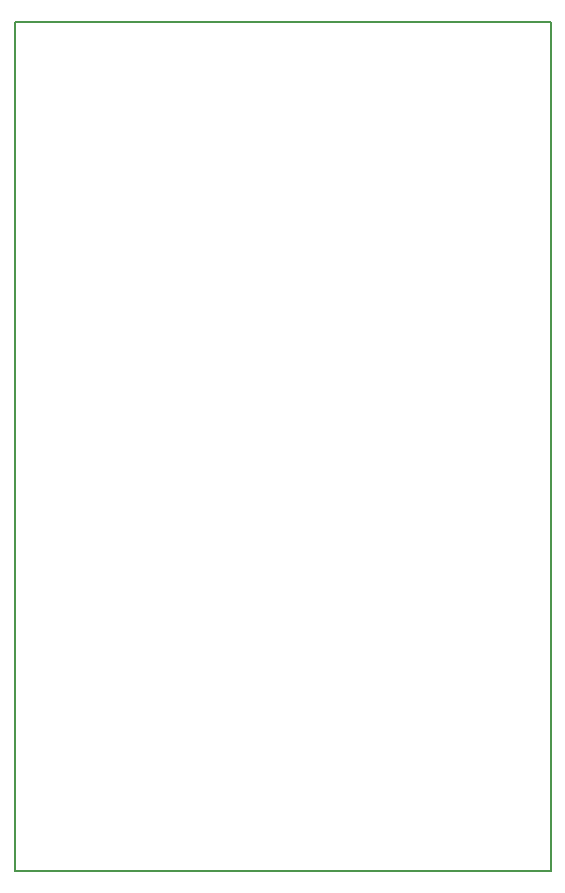
<source format=gm1>
G04 MADE WITH FRITZING*
G04 WWW.FRITZING.ORG*
G04 DOUBLE SIDED*
G04 HOLES PLATED*
G04 CONTOUR ON CENTER OF CONTOUR VECTOR*
%ASAXBY*%
%FSLAX23Y23*%
%MOIN*%
%OFA0B0*%
%SFA1.0B1.0*%
%ADD10R,1.794820X2.834610*%
%ADD11C,0.008000*%
%ADD10C,0.008*%
%LNCONTOUR*%
G90*
G70*
G54D10*
G54D11*
X4Y2831D02*
X1791Y2831D01*
X1791Y4D01*
X4Y4D01*
X4Y2831D01*
D02*
G04 End of contour*
M02*
</source>
